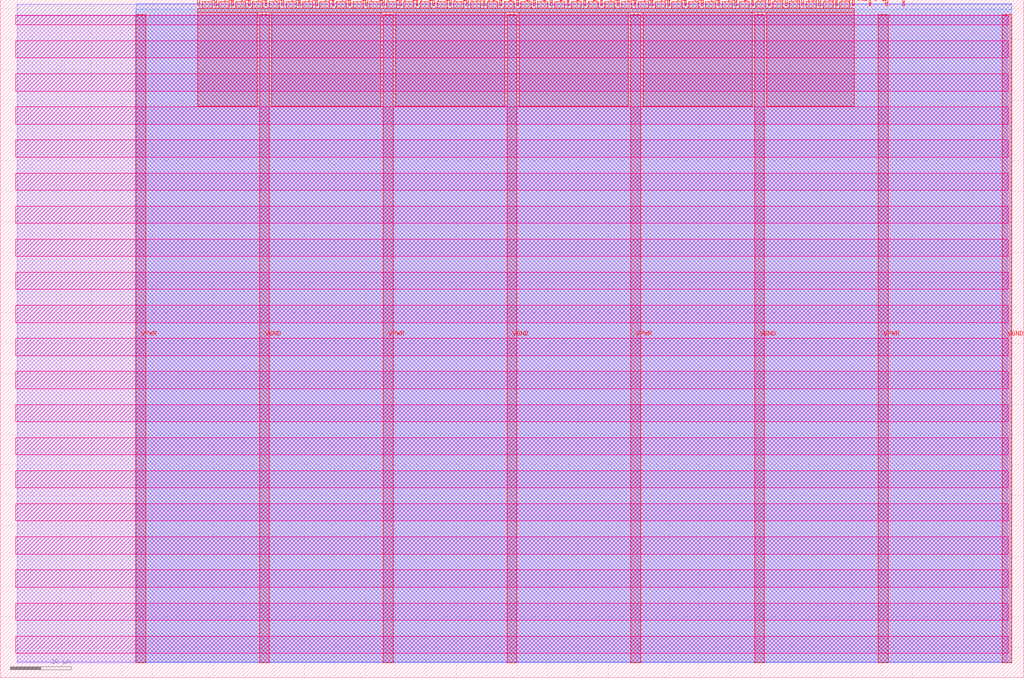
<source format=lef>
VERSION 5.7 ;
  NOWIREEXTENSIONATPIN ON ;
  DIVIDERCHAR "/" ;
  BUSBITCHARS "[]" ;
MACRO tt_um_czlucius_alu_dup
  CLASS BLOCK ;
  FOREIGN tt_um_czlucius_alu_dup ;
  ORIGIN 0.000 0.000 ;
  SIZE 168.360 BY 111.520 ;
  PIN VGND
    DIRECTION INOUT ;
    USE GROUND ;
    PORT
      LAYER met4 ;
        RECT 42.670 2.480 44.270 109.040 ;
    END
    PORT
      LAYER met4 ;
        RECT 83.380 2.480 84.980 109.040 ;
    END
    PORT
      LAYER met4 ;
        RECT 124.090 2.480 125.690 109.040 ;
    END
    PORT
      LAYER met4 ;
        RECT 164.800 2.480 166.400 109.040 ;
    END
  END VGND
  PIN VPWR
    DIRECTION INOUT ;
    USE POWER ;
    PORT
      LAYER met4 ;
        RECT 22.315 2.480 23.915 109.040 ;
    END
    PORT
      LAYER met4 ;
        RECT 63.025 2.480 64.625 109.040 ;
    END
    PORT
      LAYER met4 ;
        RECT 103.735 2.480 105.335 109.040 ;
    END
    PORT
      LAYER met4 ;
        RECT 144.445 2.480 146.045 109.040 ;
    END
  END VPWR
  PIN clk
    DIRECTION INPUT ;
    USE SIGNAL ;
    PORT
      LAYER met4 ;
        RECT 145.670 110.520 145.970 111.520 ;
    END
  END clk
  PIN ena
    DIRECTION INPUT ;
    USE SIGNAL ;
    PORT
      LAYER met4 ;
        RECT 148.430 110.520 148.730 111.520 ;
    END
  END ena
  PIN rst_n
    DIRECTION INPUT ;
    USE SIGNAL ;
    PORT
      LAYER met4 ;
        RECT 142.910 110.520 143.210 111.520 ;
    END
  END rst_n
  PIN ui_in[0]
    DIRECTION INPUT ;
    USE SIGNAL ;
    ANTENNAGATEAREA 0.196500 ;
    PORT
      LAYER met4 ;
        RECT 140.150 110.520 140.450 111.520 ;
    END
  END ui_in[0]
  PIN ui_in[1]
    DIRECTION INPUT ;
    USE SIGNAL ;
    ANTENNAGATEAREA 0.159000 ;
    PORT
      LAYER met4 ;
        RECT 137.390 110.520 137.690 111.520 ;
    END
  END ui_in[1]
  PIN ui_in[2]
    DIRECTION INPUT ;
    USE SIGNAL ;
    ANTENNAGATEAREA 0.196500 ;
    PORT
      LAYER met4 ;
        RECT 134.630 110.520 134.930 111.520 ;
    END
  END ui_in[2]
  PIN ui_in[3]
    DIRECTION INPUT ;
    USE SIGNAL ;
    ANTENNAGATEAREA 0.213000 ;
    PORT
      LAYER met4 ;
        RECT 131.870 110.520 132.170 111.520 ;
    END
  END ui_in[3]
  PIN ui_in[4]
    DIRECTION INPUT ;
    USE SIGNAL ;
    ANTENNAGATEAREA 0.213000 ;
    PORT
      LAYER met4 ;
        RECT 129.110 110.520 129.410 111.520 ;
    END
  END ui_in[4]
  PIN ui_in[5]
    DIRECTION INPUT ;
    USE SIGNAL ;
    ANTENNAGATEAREA 0.213000 ;
    PORT
      LAYER met4 ;
        RECT 126.350 110.520 126.650 111.520 ;
    END
  END ui_in[5]
  PIN ui_in[6]
    DIRECTION INPUT ;
    USE SIGNAL ;
    ANTENNAGATEAREA 0.126000 ;
    PORT
      LAYER met4 ;
        RECT 123.590 110.520 123.890 111.520 ;
    END
  END ui_in[6]
  PIN ui_in[7]
    DIRECTION INPUT ;
    USE SIGNAL ;
    ANTENNAGATEAREA 0.213000 ;
    PORT
      LAYER met4 ;
        RECT 120.830 110.520 121.130 111.520 ;
    END
  END ui_in[7]
  PIN uio_in[0]
    DIRECTION INPUT ;
    USE SIGNAL ;
    ANTENNAGATEAREA 0.196500 ;
    PORT
      LAYER met4 ;
        RECT 118.070 110.520 118.370 111.520 ;
    END
  END uio_in[0]
  PIN uio_in[1]
    DIRECTION INPUT ;
    USE SIGNAL ;
    ANTENNAGATEAREA 0.126000 ;
    PORT
      LAYER met4 ;
        RECT 115.310 110.520 115.610 111.520 ;
    END
  END uio_in[1]
  PIN uio_in[2]
    DIRECTION INPUT ;
    USE SIGNAL ;
    ANTENNAGATEAREA 0.196500 ;
    PORT
      LAYER met4 ;
        RECT 112.550 110.520 112.850 111.520 ;
    END
  END uio_in[2]
  PIN uio_in[3]
    DIRECTION INPUT ;
    USE SIGNAL ;
    ANTENNAGATEAREA 0.196500 ;
    PORT
      LAYER met4 ;
        RECT 109.790 110.520 110.090 111.520 ;
    END
  END uio_in[3]
  PIN uio_in[4]
    DIRECTION INPUT ;
    USE SIGNAL ;
    ANTENNAGATEAREA 0.196500 ;
    PORT
      LAYER met4 ;
        RECT 107.030 110.520 107.330 111.520 ;
    END
  END uio_in[4]
  PIN uio_in[5]
    DIRECTION INPUT ;
    USE SIGNAL ;
    ANTENNAGATEAREA 0.196500 ;
    PORT
      LAYER met4 ;
        RECT 104.270 110.520 104.570 111.520 ;
    END
  END uio_in[5]
  PIN uio_in[6]
    DIRECTION INPUT ;
    USE SIGNAL ;
    ANTENNAGATEAREA 0.196500 ;
    PORT
      LAYER met4 ;
        RECT 101.510 110.520 101.810 111.520 ;
    END
  END uio_in[6]
  PIN uio_in[7]
    DIRECTION INPUT ;
    USE SIGNAL ;
    ANTENNAGATEAREA 0.196500 ;
    PORT
      LAYER met4 ;
        RECT 98.750 110.520 99.050 111.520 ;
    END
  END uio_in[7]
  PIN uio_oe[0]
    DIRECTION OUTPUT TRISTATE ;
    USE SIGNAL ;
    PORT
      LAYER met4 ;
        RECT 51.830 110.520 52.130 111.520 ;
    END
  END uio_oe[0]
  PIN uio_oe[1]
    DIRECTION OUTPUT TRISTATE ;
    USE SIGNAL ;
    PORT
      LAYER met4 ;
        RECT 49.070 110.520 49.370 111.520 ;
    END
  END uio_oe[1]
  PIN uio_oe[2]
    DIRECTION OUTPUT TRISTATE ;
    USE SIGNAL ;
    PORT
      LAYER met4 ;
        RECT 46.310 110.520 46.610 111.520 ;
    END
  END uio_oe[2]
  PIN uio_oe[3]
    DIRECTION OUTPUT TRISTATE ;
    USE SIGNAL ;
    PORT
      LAYER met4 ;
        RECT 43.550 110.520 43.850 111.520 ;
    END
  END uio_oe[3]
  PIN uio_oe[4]
    DIRECTION OUTPUT TRISTATE ;
    USE SIGNAL ;
    PORT
      LAYER met4 ;
        RECT 40.790 110.520 41.090 111.520 ;
    END
  END uio_oe[4]
  PIN uio_oe[5]
    DIRECTION OUTPUT TRISTATE ;
    USE SIGNAL ;
    PORT
      LAYER met4 ;
        RECT 38.030 110.520 38.330 111.520 ;
    END
  END uio_oe[5]
  PIN uio_oe[6]
    DIRECTION OUTPUT TRISTATE ;
    USE SIGNAL ;
    PORT
      LAYER met4 ;
        RECT 35.270 110.520 35.570 111.520 ;
    END
  END uio_oe[6]
  PIN uio_oe[7]
    DIRECTION OUTPUT TRISTATE ;
    USE SIGNAL ;
    PORT
      LAYER met4 ;
        RECT 32.510 110.520 32.810 111.520 ;
    END
  END uio_oe[7]
  PIN uio_out[0]
    DIRECTION OUTPUT TRISTATE ;
    USE SIGNAL ;
    PORT
      LAYER met4 ;
        RECT 73.910 110.520 74.210 111.520 ;
    END
  END uio_out[0]
  PIN uio_out[1]
    DIRECTION OUTPUT TRISTATE ;
    USE SIGNAL ;
    PORT
      LAYER met4 ;
        RECT 71.150 110.520 71.450 111.520 ;
    END
  END uio_out[1]
  PIN uio_out[2]
    DIRECTION OUTPUT TRISTATE ;
    USE SIGNAL ;
    PORT
      LAYER met4 ;
        RECT 68.390 110.520 68.690 111.520 ;
    END
  END uio_out[2]
  PIN uio_out[3]
    DIRECTION OUTPUT TRISTATE ;
    USE SIGNAL ;
    PORT
      LAYER met4 ;
        RECT 65.630 110.520 65.930 111.520 ;
    END
  END uio_out[3]
  PIN uio_out[4]
    DIRECTION OUTPUT TRISTATE ;
    USE SIGNAL ;
    PORT
      LAYER met4 ;
        RECT 62.870 110.520 63.170 111.520 ;
    END
  END uio_out[4]
  PIN uio_out[5]
    DIRECTION OUTPUT TRISTATE ;
    USE SIGNAL ;
    PORT
      LAYER met4 ;
        RECT 60.110 110.520 60.410 111.520 ;
    END
  END uio_out[5]
  PIN uio_out[6]
    DIRECTION OUTPUT TRISTATE ;
    USE SIGNAL ;
    PORT
      LAYER met4 ;
        RECT 57.350 110.520 57.650 111.520 ;
    END
  END uio_out[6]
  PIN uio_out[7]
    DIRECTION OUTPUT TRISTATE ;
    USE SIGNAL ;
    PORT
      LAYER met4 ;
        RECT 54.590 110.520 54.890 111.520 ;
    END
  END uio_out[7]
  PIN uo_out[0]
    DIRECTION OUTPUT TRISTATE ;
    USE SIGNAL ;
    ANTENNADIFFAREA 0.891000 ;
    PORT
      LAYER met4 ;
        RECT 95.990 110.520 96.290 111.520 ;
    END
  END uo_out[0]
  PIN uo_out[1]
    DIRECTION OUTPUT TRISTATE ;
    USE SIGNAL ;
    ANTENNADIFFAREA 0.462000 ;
    PORT
      LAYER met4 ;
        RECT 93.230 110.520 93.530 111.520 ;
    END
  END uo_out[1]
  PIN uo_out[2]
    DIRECTION OUTPUT TRISTATE ;
    USE SIGNAL ;
    ANTENNADIFFAREA 2.984350 ;
    PORT
      LAYER met4 ;
        RECT 90.470 110.520 90.770 111.520 ;
    END
  END uo_out[2]
  PIN uo_out[3]
    DIRECTION OUTPUT TRISTATE ;
    USE SIGNAL ;
    ANTENNADIFFAREA 1.484000 ;
    PORT
      LAYER met4 ;
        RECT 87.710 110.520 88.010 111.520 ;
    END
  END uo_out[3]
  PIN uo_out[4]
    DIRECTION OUTPUT TRISTATE ;
    USE SIGNAL ;
    ANTENNADIFFAREA 0.891000 ;
    PORT
      LAYER met4 ;
        RECT 84.950 110.520 85.250 111.520 ;
    END
  END uo_out[4]
  PIN uo_out[5]
    DIRECTION OUTPUT TRISTATE ;
    USE SIGNAL ;
    ANTENNADIFFAREA 0.891000 ;
    PORT
      LAYER met4 ;
        RECT 82.190 110.520 82.490 111.520 ;
    END
  END uo_out[5]
  PIN uo_out[6]
    DIRECTION OUTPUT TRISTATE ;
    USE SIGNAL ;
    ANTENNADIFFAREA 0.462000 ;
    PORT
      LAYER met4 ;
        RECT 79.430 110.520 79.730 111.520 ;
    END
  END uo_out[6]
  PIN uo_out[7]
    DIRECTION OUTPUT TRISTATE ;
    USE SIGNAL ;
    ANTENNADIFFAREA 0.795200 ;
    PORT
      LAYER met4 ;
        RECT 76.670 110.520 76.970 111.520 ;
    END
  END uo_out[7]
  OBS
      LAYER nwell ;
        RECT 2.570 107.385 165.790 108.990 ;
        RECT 2.570 101.945 165.790 104.775 ;
        RECT 2.570 96.505 165.790 99.335 ;
        RECT 2.570 91.065 165.790 93.895 ;
        RECT 2.570 85.625 165.790 88.455 ;
        RECT 2.570 80.185 165.790 83.015 ;
        RECT 2.570 74.745 165.790 77.575 ;
        RECT 2.570 69.305 165.790 72.135 ;
        RECT 2.570 63.865 165.790 66.695 ;
        RECT 2.570 58.425 165.790 61.255 ;
        RECT 2.570 52.985 165.790 55.815 ;
        RECT 2.570 47.545 165.790 50.375 ;
        RECT 2.570 42.105 165.790 44.935 ;
        RECT 2.570 36.665 165.790 39.495 ;
        RECT 2.570 31.225 165.790 34.055 ;
        RECT 2.570 25.785 165.790 28.615 ;
        RECT 2.570 20.345 165.790 23.175 ;
        RECT 2.570 14.905 165.790 17.735 ;
        RECT 2.570 9.465 165.790 12.295 ;
        RECT 2.570 4.025 165.790 6.855 ;
      LAYER li1 ;
        RECT 2.760 2.635 165.600 108.885 ;
      LAYER met1 ;
        RECT 2.760 2.480 166.400 110.800 ;
      LAYER met2 ;
        RECT 22.345 2.535 166.370 110.830 ;
      LAYER met3 ;
        RECT 22.325 2.555 166.390 109.985 ;
      LAYER met4 ;
        RECT 33.210 110.120 34.870 111.170 ;
        RECT 35.970 110.120 37.630 111.170 ;
        RECT 38.730 110.120 40.390 111.170 ;
        RECT 41.490 110.120 43.150 111.170 ;
        RECT 44.250 110.120 45.910 111.170 ;
        RECT 47.010 110.120 48.670 111.170 ;
        RECT 49.770 110.120 51.430 111.170 ;
        RECT 52.530 110.120 54.190 111.170 ;
        RECT 55.290 110.120 56.950 111.170 ;
        RECT 58.050 110.120 59.710 111.170 ;
        RECT 60.810 110.120 62.470 111.170 ;
        RECT 63.570 110.120 65.230 111.170 ;
        RECT 66.330 110.120 67.990 111.170 ;
        RECT 69.090 110.120 70.750 111.170 ;
        RECT 71.850 110.120 73.510 111.170 ;
        RECT 74.610 110.120 76.270 111.170 ;
        RECT 77.370 110.120 79.030 111.170 ;
        RECT 80.130 110.120 81.790 111.170 ;
        RECT 82.890 110.120 84.550 111.170 ;
        RECT 85.650 110.120 87.310 111.170 ;
        RECT 88.410 110.120 90.070 111.170 ;
        RECT 91.170 110.120 92.830 111.170 ;
        RECT 93.930 110.120 95.590 111.170 ;
        RECT 96.690 110.120 98.350 111.170 ;
        RECT 99.450 110.120 101.110 111.170 ;
        RECT 102.210 110.120 103.870 111.170 ;
        RECT 104.970 110.120 106.630 111.170 ;
        RECT 107.730 110.120 109.390 111.170 ;
        RECT 110.490 110.120 112.150 111.170 ;
        RECT 113.250 110.120 114.910 111.170 ;
        RECT 116.010 110.120 117.670 111.170 ;
        RECT 118.770 110.120 120.430 111.170 ;
        RECT 121.530 110.120 123.190 111.170 ;
        RECT 124.290 110.120 125.950 111.170 ;
        RECT 127.050 110.120 128.710 111.170 ;
        RECT 129.810 110.120 131.470 111.170 ;
        RECT 132.570 110.120 134.230 111.170 ;
        RECT 135.330 110.120 136.990 111.170 ;
        RECT 138.090 110.120 139.750 111.170 ;
        RECT 32.495 109.440 140.465 110.120 ;
        RECT 32.495 94.015 42.270 109.440 ;
        RECT 44.670 94.015 62.625 109.440 ;
        RECT 65.025 94.015 82.980 109.440 ;
        RECT 85.380 94.015 103.335 109.440 ;
        RECT 105.735 94.015 123.690 109.440 ;
        RECT 126.090 94.015 140.465 109.440 ;
  END
END tt_um_czlucius_alu_dup
END LIBRARY


</source>
